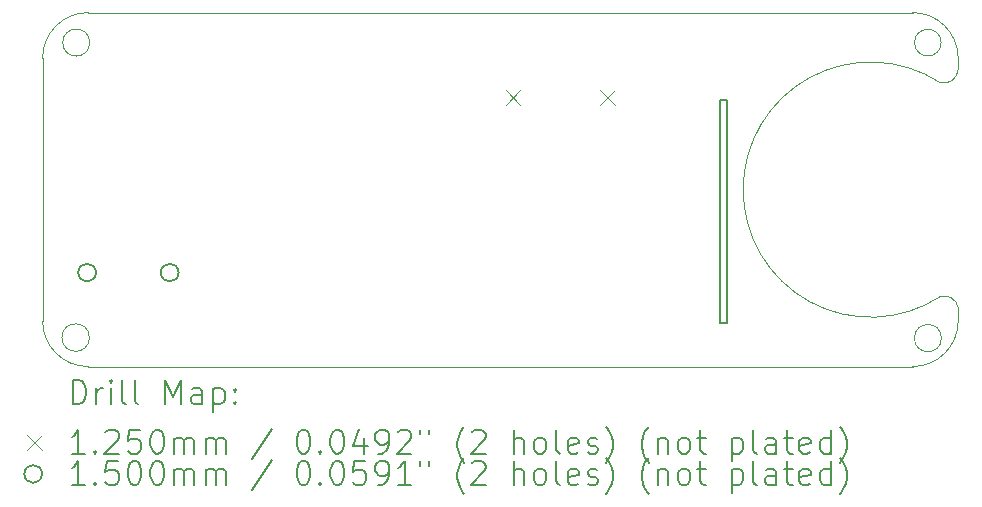
<source format=gbr>
%TF.GenerationSoftware,KiCad,Pcbnew,8.0.8-8.0.8-0~ubuntu22.04.1*%
%TF.CreationDate,2025-02-03T23:54:16+00:00*%
%TF.ProjectId,numcalcium,6e756d63-616c-4636-9975-6d2e6b696361,rev?*%
%TF.SameCoordinates,Original*%
%TF.FileFunction,Drillmap*%
%TF.FilePolarity,Positive*%
%FSLAX45Y45*%
G04 Gerber Fmt 4.5, Leading zero omitted, Abs format (unit mm)*
G04 Created by KiCad (PCBNEW 8.0.8-8.0.8-0~ubuntu22.04.1) date 2025-02-03 23:54:16*
%MOMM*%
%LPD*%
G01*
G04 APERTURE LIST*
%ADD10C,0.100000*%
%ADD11C,0.150000*%
%ADD12C,0.200000*%
%ADD13C,0.125000*%
G04 APERTURE END LIST*
D10*
X7704836Y4023909D02*
X7704200Y3928600D01*
D11*
X5689200Y3668420D02*
X5743340Y3668420D01*
X5743340Y1784140D01*
X5689200Y1784140D01*
X5689200Y3668420D01*
D10*
X7563045Y1654264D02*
G75*
G02*
X7333371Y1654264I-114837J0D01*
G01*
X7333371Y1654264D02*
G75*
G02*
X7563045Y1654264I114837J0D01*
G01*
X352121Y4156164D02*
G75*
G02*
X123289Y4156164I-114416J0D01*
G01*
X123289Y4156164D02*
G75*
G02*
X352121Y4156164I114416J0D01*
G01*
X348908Y1658554D02*
G75*
G02*
X116025Y1658554I-116441J0D01*
G01*
X116025Y1658554D02*
G75*
G02*
X348908Y1658554I116441J0D01*
G01*
X7704836Y1799220D02*
X7704325Y1912234D01*
X7318580Y4410169D02*
G75*
G02*
X7704838Y4023909I10J-386249D01*
G01*
X-47420Y4023909D02*
X-47420Y1799220D01*
X7704836Y1799220D02*
G75*
G02*
X7318580Y1412964I-386270J14D01*
G01*
X338836Y1412964D02*
G75*
G02*
X-47420Y1799220I-1J386255D01*
G01*
X7318580Y4410164D02*
X338836Y4410164D01*
X7704200Y3928600D02*
G75*
G02*
X7550835Y3818223I-120000J5000D01*
G01*
X7559880Y4156164D02*
G75*
G02*
X7335228Y4156164I-112326J0D01*
G01*
X7335228Y4156164D02*
G75*
G02*
X7559880Y4156164I112326J0D01*
G01*
X7550885Y2004009D02*
G75*
G02*
X7550835Y3818223I-586685J907091D01*
G01*
X-47420Y4023909D02*
G75*
G02*
X338836Y4410164I386255J0D01*
G01*
X7550885Y2004009D02*
G75*
G02*
X7704327Y1912235I37185J-111989D01*
G01*
X7318580Y1412964D02*
X338836Y1412964D01*
D12*
D13*
X3872976Y3755760D02*
X3997976Y3630760D01*
X3997976Y3755760D02*
X3872976Y3630760D01*
X4670976Y3755760D02*
X4795976Y3630760D01*
X4795976Y3755760D02*
X4670976Y3630760D01*
D11*
X404200Y2208600D02*
G75*
G02*
X254200Y2208600I-75000J0D01*
G01*
X254200Y2208600D02*
G75*
G02*
X404200Y2208600I75000J0D01*
G01*
X1104200Y2208600D02*
G75*
G02*
X954200Y2208600I-75000J0D01*
G01*
X954200Y2208600D02*
G75*
G02*
X1104200Y2208600I75000J0D01*
G01*
D12*
X208357Y1096480D02*
X208357Y1296480D01*
X208357Y1296480D02*
X255976Y1296480D01*
X255976Y1296480D02*
X284548Y1286957D01*
X284548Y1286957D02*
X303595Y1267909D01*
X303595Y1267909D02*
X313119Y1248861D01*
X313119Y1248861D02*
X322643Y1210766D01*
X322643Y1210766D02*
X322643Y1182195D01*
X322643Y1182195D02*
X313119Y1144099D01*
X313119Y1144099D02*
X303595Y1125052D01*
X303595Y1125052D02*
X284548Y1106004D01*
X284548Y1106004D02*
X255976Y1096480D01*
X255976Y1096480D02*
X208357Y1096480D01*
X408357Y1096480D02*
X408357Y1229814D01*
X408357Y1191718D02*
X417881Y1210766D01*
X417881Y1210766D02*
X427405Y1220290D01*
X427405Y1220290D02*
X446452Y1229814D01*
X446452Y1229814D02*
X465500Y1229814D01*
X532167Y1096480D02*
X532167Y1229814D01*
X532167Y1296480D02*
X522643Y1286957D01*
X522643Y1286957D02*
X532167Y1277433D01*
X532167Y1277433D02*
X541690Y1286957D01*
X541690Y1286957D02*
X532167Y1296480D01*
X532167Y1296480D02*
X532167Y1277433D01*
X655976Y1096480D02*
X636928Y1106004D01*
X636928Y1106004D02*
X627405Y1125052D01*
X627405Y1125052D02*
X627405Y1296480D01*
X760738Y1096480D02*
X741690Y1106004D01*
X741690Y1106004D02*
X732166Y1125052D01*
X732166Y1125052D02*
X732166Y1296480D01*
X989309Y1096480D02*
X989309Y1296480D01*
X989309Y1296480D02*
X1055976Y1153623D01*
X1055976Y1153623D02*
X1122643Y1296480D01*
X1122643Y1296480D02*
X1122643Y1096480D01*
X1303595Y1096480D02*
X1303595Y1201242D01*
X1303595Y1201242D02*
X1294071Y1220290D01*
X1294071Y1220290D02*
X1275024Y1229814D01*
X1275024Y1229814D02*
X1236928Y1229814D01*
X1236928Y1229814D02*
X1217881Y1220290D01*
X1303595Y1106004D02*
X1284548Y1096480D01*
X1284548Y1096480D02*
X1236928Y1096480D01*
X1236928Y1096480D02*
X1217881Y1106004D01*
X1217881Y1106004D02*
X1208357Y1125052D01*
X1208357Y1125052D02*
X1208357Y1144099D01*
X1208357Y1144099D02*
X1217881Y1163147D01*
X1217881Y1163147D02*
X1236928Y1172671D01*
X1236928Y1172671D02*
X1284548Y1172671D01*
X1284548Y1172671D02*
X1303595Y1182195D01*
X1398833Y1229814D02*
X1398833Y1029814D01*
X1398833Y1220290D02*
X1417881Y1229814D01*
X1417881Y1229814D02*
X1455976Y1229814D01*
X1455976Y1229814D02*
X1475024Y1220290D01*
X1475024Y1220290D02*
X1484547Y1210766D01*
X1484547Y1210766D02*
X1494071Y1191718D01*
X1494071Y1191718D02*
X1494071Y1134576D01*
X1494071Y1134576D02*
X1484547Y1115528D01*
X1484547Y1115528D02*
X1475024Y1106004D01*
X1475024Y1106004D02*
X1455976Y1096480D01*
X1455976Y1096480D02*
X1417881Y1096480D01*
X1417881Y1096480D02*
X1398833Y1106004D01*
X1579786Y1115528D02*
X1589309Y1106004D01*
X1589309Y1106004D02*
X1579786Y1096480D01*
X1579786Y1096480D02*
X1570262Y1106004D01*
X1570262Y1106004D02*
X1579786Y1115528D01*
X1579786Y1115528D02*
X1579786Y1096480D01*
X1579786Y1220290D02*
X1589309Y1210766D01*
X1589309Y1210766D02*
X1579786Y1201242D01*
X1579786Y1201242D02*
X1570262Y1210766D01*
X1570262Y1210766D02*
X1579786Y1220290D01*
X1579786Y1220290D02*
X1579786Y1201242D01*
D13*
X-177420Y830464D02*
X-52420Y705464D01*
X-52420Y830464D02*
X-177420Y705464D01*
D12*
X313119Y676480D02*
X198833Y676480D01*
X255976Y676480D02*
X255976Y876480D01*
X255976Y876480D02*
X236928Y847909D01*
X236928Y847909D02*
X217881Y828861D01*
X217881Y828861D02*
X198833Y819337D01*
X398833Y695528D02*
X408357Y686004D01*
X408357Y686004D02*
X398833Y676480D01*
X398833Y676480D02*
X389309Y686004D01*
X389309Y686004D02*
X398833Y695528D01*
X398833Y695528D02*
X398833Y676480D01*
X484547Y857433D02*
X494071Y866956D01*
X494071Y866956D02*
X513119Y876480D01*
X513119Y876480D02*
X560738Y876480D01*
X560738Y876480D02*
X579786Y866956D01*
X579786Y866956D02*
X589309Y857433D01*
X589309Y857433D02*
X598833Y838385D01*
X598833Y838385D02*
X598833Y819337D01*
X598833Y819337D02*
X589309Y790766D01*
X589309Y790766D02*
X475024Y676480D01*
X475024Y676480D02*
X598833Y676480D01*
X779786Y876480D02*
X684548Y876480D01*
X684548Y876480D02*
X675024Y781242D01*
X675024Y781242D02*
X684548Y790766D01*
X684548Y790766D02*
X703595Y800290D01*
X703595Y800290D02*
X751214Y800290D01*
X751214Y800290D02*
X770262Y790766D01*
X770262Y790766D02*
X779786Y781242D01*
X779786Y781242D02*
X789309Y762195D01*
X789309Y762195D02*
X789309Y714576D01*
X789309Y714576D02*
X779786Y695528D01*
X779786Y695528D02*
X770262Y686004D01*
X770262Y686004D02*
X751214Y676480D01*
X751214Y676480D02*
X703595Y676480D01*
X703595Y676480D02*
X684548Y686004D01*
X684548Y686004D02*
X675024Y695528D01*
X913119Y876480D02*
X932167Y876480D01*
X932167Y876480D02*
X951214Y866956D01*
X951214Y866956D02*
X960738Y857433D01*
X960738Y857433D02*
X970262Y838385D01*
X970262Y838385D02*
X979786Y800290D01*
X979786Y800290D02*
X979786Y752671D01*
X979786Y752671D02*
X970262Y714576D01*
X970262Y714576D02*
X960738Y695528D01*
X960738Y695528D02*
X951214Y686004D01*
X951214Y686004D02*
X932167Y676480D01*
X932167Y676480D02*
X913119Y676480D01*
X913119Y676480D02*
X894071Y686004D01*
X894071Y686004D02*
X884547Y695528D01*
X884547Y695528D02*
X875024Y714576D01*
X875024Y714576D02*
X865500Y752671D01*
X865500Y752671D02*
X865500Y800290D01*
X865500Y800290D02*
X875024Y838385D01*
X875024Y838385D02*
X884547Y857433D01*
X884547Y857433D02*
X894071Y866956D01*
X894071Y866956D02*
X913119Y876480D01*
X1065500Y676480D02*
X1065500Y809814D01*
X1065500Y790766D02*
X1075024Y800290D01*
X1075024Y800290D02*
X1094071Y809814D01*
X1094071Y809814D02*
X1122643Y809814D01*
X1122643Y809814D02*
X1141690Y800290D01*
X1141690Y800290D02*
X1151214Y781242D01*
X1151214Y781242D02*
X1151214Y676480D01*
X1151214Y781242D02*
X1160738Y800290D01*
X1160738Y800290D02*
X1179786Y809814D01*
X1179786Y809814D02*
X1208357Y809814D01*
X1208357Y809814D02*
X1227405Y800290D01*
X1227405Y800290D02*
X1236929Y781242D01*
X1236929Y781242D02*
X1236929Y676480D01*
X1332167Y676480D02*
X1332167Y809814D01*
X1332167Y790766D02*
X1341690Y800290D01*
X1341690Y800290D02*
X1360738Y809814D01*
X1360738Y809814D02*
X1389310Y809814D01*
X1389310Y809814D02*
X1408357Y800290D01*
X1408357Y800290D02*
X1417881Y781242D01*
X1417881Y781242D02*
X1417881Y676480D01*
X1417881Y781242D02*
X1427405Y800290D01*
X1427405Y800290D02*
X1446452Y809814D01*
X1446452Y809814D02*
X1475024Y809814D01*
X1475024Y809814D02*
X1494071Y800290D01*
X1494071Y800290D02*
X1503595Y781242D01*
X1503595Y781242D02*
X1503595Y676480D01*
X1894071Y886004D02*
X1722643Y628861D01*
X2151214Y876480D02*
X2170262Y876480D01*
X2170262Y876480D02*
X2189310Y866956D01*
X2189310Y866956D02*
X2198833Y857433D01*
X2198833Y857433D02*
X2208357Y838385D01*
X2208357Y838385D02*
X2217881Y800290D01*
X2217881Y800290D02*
X2217881Y752671D01*
X2217881Y752671D02*
X2208357Y714576D01*
X2208357Y714576D02*
X2198833Y695528D01*
X2198833Y695528D02*
X2189310Y686004D01*
X2189310Y686004D02*
X2170262Y676480D01*
X2170262Y676480D02*
X2151214Y676480D01*
X2151214Y676480D02*
X2132167Y686004D01*
X2132167Y686004D02*
X2122643Y695528D01*
X2122643Y695528D02*
X2113119Y714576D01*
X2113119Y714576D02*
X2103595Y752671D01*
X2103595Y752671D02*
X2103595Y800290D01*
X2103595Y800290D02*
X2113119Y838385D01*
X2113119Y838385D02*
X2122643Y857433D01*
X2122643Y857433D02*
X2132167Y866956D01*
X2132167Y866956D02*
X2151214Y876480D01*
X2303595Y695528D02*
X2313119Y686004D01*
X2313119Y686004D02*
X2303595Y676480D01*
X2303595Y676480D02*
X2294072Y686004D01*
X2294072Y686004D02*
X2303595Y695528D01*
X2303595Y695528D02*
X2303595Y676480D01*
X2436929Y876480D02*
X2455976Y876480D01*
X2455976Y876480D02*
X2475024Y866956D01*
X2475024Y866956D02*
X2484548Y857433D01*
X2484548Y857433D02*
X2494072Y838385D01*
X2494072Y838385D02*
X2503595Y800290D01*
X2503595Y800290D02*
X2503595Y752671D01*
X2503595Y752671D02*
X2494072Y714576D01*
X2494072Y714576D02*
X2484548Y695528D01*
X2484548Y695528D02*
X2475024Y686004D01*
X2475024Y686004D02*
X2455976Y676480D01*
X2455976Y676480D02*
X2436929Y676480D01*
X2436929Y676480D02*
X2417881Y686004D01*
X2417881Y686004D02*
X2408357Y695528D01*
X2408357Y695528D02*
X2398833Y714576D01*
X2398833Y714576D02*
X2389310Y752671D01*
X2389310Y752671D02*
X2389310Y800290D01*
X2389310Y800290D02*
X2398833Y838385D01*
X2398833Y838385D02*
X2408357Y857433D01*
X2408357Y857433D02*
X2417881Y866956D01*
X2417881Y866956D02*
X2436929Y876480D01*
X2675024Y809814D02*
X2675024Y676480D01*
X2627405Y886004D02*
X2579786Y743147D01*
X2579786Y743147D02*
X2703595Y743147D01*
X2789310Y676480D02*
X2827405Y676480D01*
X2827405Y676480D02*
X2846452Y686004D01*
X2846452Y686004D02*
X2855976Y695528D01*
X2855976Y695528D02*
X2875024Y724099D01*
X2875024Y724099D02*
X2884548Y762195D01*
X2884548Y762195D02*
X2884548Y838385D01*
X2884548Y838385D02*
X2875024Y857433D01*
X2875024Y857433D02*
X2865500Y866956D01*
X2865500Y866956D02*
X2846452Y876480D01*
X2846452Y876480D02*
X2808357Y876480D01*
X2808357Y876480D02*
X2789310Y866956D01*
X2789310Y866956D02*
X2779786Y857433D01*
X2779786Y857433D02*
X2770262Y838385D01*
X2770262Y838385D02*
X2770262Y790766D01*
X2770262Y790766D02*
X2779786Y771718D01*
X2779786Y771718D02*
X2789310Y762195D01*
X2789310Y762195D02*
X2808357Y752671D01*
X2808357Y752671D02*
X2846452Y752671D01*
X2846452Y752671D02*
X2865500Y762195D01*
X2865500Y762195D02*
X2875024Y771718D01*
X2875024Y771718D02*
X2884548Y790766D01*
X2960738Y857433D02*
X2970262Y866956D01*
X2970262Y866956D02*
X2989310Y876480D01*
X2989310Y876480D02*
X3036929Y876480D01*
X3036929Y876480D02*
X3055976Y866956D01*
X3055976Y866956D02*
X3065500Y857433D01*
X3065500Y857433D02*
X3075024Y838385D01*
X3075024Y838385D02*
X3075024Y819337D01*
X3075024Y819337D02*
X3065500Y790766D01*
X3065500Y790766D02*
X2951214Y676480D01*
X2951214Y676480D02*
X3075024Y676480D01*
X3151214Y876480D02*
X3151214Y838385D01*
X3227405Y876480D02*
X3227405Y838385D01*
X3522643Y600290D02*
X3513119Y609814D01*
X3513119Y609814D02*
X3494072Y638385D01*
X3494072Y638385D02*
X3484548Y657433D01*
X3484548Y657433D02*
X3475024Y686004D01*
X3475024Y686004D02*
X3465500Y733623D01*
X3465500Y733623D02*
X3465500Y771718D01*
X3465500Y771718D02*
X3475024Y819337D01*
X3475024Y819337D02*
X3484548Y847909D01*
X3484548Y847909D02*
X3494072Y866956D01*
X3494072Y866956D02*
X3513119Y895528D01*
X3513119Y895528D02*
X3522643Y905052D01*
X3589310Y857433D02*
X3598833Y866956D01*
X3598833Y866956D02*
X3617881Y876480D01*
X3617881Y876480D02*
X3665500Y876480D01*
X3665500Y876480D02*
X3684548Y866956D01*
X3684548Y866956D02*
X3694072Y857433D01*
X3694072Y857433D02*
X3703595Y838385D01*
X3703595Y838385D02*
X3703595Y819337D01*
X3703595Y819337D02*
X3694072Y790766D01*
X3694072Y790766D02*
X3579786Y676480D01*
X3579786Y676480D02*
X3703595Y676480D01*
X3941691Y676480D02*
X3941691Y876480D01*
X4027405Y676480D02*
X4027405Y781242D01*
X4027405Y781242D02*
X4017881Y800290D01*
X4017881Y800290D02*
X3998834Y809814D01*
X3998834Y809814D02*
X3970262Y809814D01*
X3970262Y809814D02*
X3951214Y800290D01*
X3951214Y800290D02*
X3941691Y790766D01*
X4151214Y676480D02*
X4132167Y686004D01*
X4132167Y686004D02*
X4122643Y695528D01*
X4122643Y695528D02*
X4113119Y714576D01*
X4113119Y714576D02*
X4113119Y771718D01*
X4113119Y771718D02*
X4122643Y790766D01*
X4122643Y790766D02*
X4132167Y800290D01*
X4132167Y800290D02*
X4151214Y809814D01*
X4151214Y809814D02*
X4179786Y809814D01*
X4179786Y809814D02*
X4198834Y800290D01*
X4198834Y800290D02*
X4208357Y790766D01*
X4208357Y790766D02*
X4217881Y771718D01*
X4217881Y771718D02*
X4217881Y714576D01*
X4217881Y714576D02*
X4208357Y695528D01*
X4208357Y695528D02*
X4198834Y686004D01*
X4198834Y686004D02*
X4179786Y676480D01*
X4179786Y676480D02*
X4151214Y676480D01*
X4332167Y676480D02*
X4313119Y686004D01*
X4313119Y686004D02*
X4303596Y705052D01*
X4303596Y705052D02*
X4303596Y876480D01*
X4484548Y686004D02*
X4465500Y676480D01*
X4465500Y676480D02*
X4427405Y676480D01*
X4427405Y676480D02*
X4408357Y686004D01*
X4408357Y686004D02*
X4398834Y705052D01*
X4398834Y705052D02*
X4398834Y781242D01*
X4398834Y781242D02*
X4408357Y800290D01*
X4408357Y800290D02*
X4427405Y809814D01*
X4427405Y809814D02*
X4465500Y809814D01*
X4465500Y809814D02*
X4484548Y800290D01*
X4484548Y800290D02*
X4494072Y781242D01*
X4494072Y781242D02*
X4494072Y762195D01*
X4494072Y762195D02*
X4398834Y743147D01*
X4570262Y686004D02*
X4589310Y676480D01*
X4589310Y676480D02*
X4627405Y676480D01*
X4627405Y676480D02*
X4646453Y686004D01*
X4646453Y686004D02*
X4655977Y705052D01*
X4655977Y705052D02*
X4655977Y714576D01*
X4655977Y714576D02*
X4646453Y733623D01*
X4646453Y733623D02*
X4627405Y743147D01*
X4627405Y743147D02*
X4598834Y743147D01*
X4598834Y743147D02*
X4579786Y752671D01*
X4579786Y752671D02*
X4570262Y771718D01*
X4570262Y771718D02*
X4570262Y781242D01*
X4570262Y781242D02*
X4579786Y800290D01*
X4579786Y800290D02*
X4598834Y809814D01*
X4598834Y809814D02*
X4627405Y809814D01*
X4627405Y809814D02*
X4646453Y800290D01*
X4722643Y600290D02*
X4732167Y609814D01*
X4732167Y609814D02*
X4751215Y638385D01*
X4751215Y638385D02*
X4760738Y657433D01*
X4760738Y657433D02*
X4770262Y686004D01*
X4770262Y686004D02*
X4779786Y733623D01*
X4779786Y733623D02*
X4779786Y771718D01*
X4779786Y771718D02*
X4770262Y819337D01*
X4770262Y819337D02*
X4760738Y847909D01*
X4760738Y847909D02*
X4751215Y866956D01*
X4751215Y866956D02*
X4732167Y895528D01*
X4732167Y895528D02*
X4722643Y905052D01*
X5084548Y600290D02*
X5075024Y609814D01*
X5075024Y609814D02*
X5055977Y638385D01*
X5055977Y638385D02*
X5046453Y657433D01*
X5046453Y657433D02*
X5036929Y686004D01*
X5036929Y686004D02*
X5027405Y733623D01*
X5027405Y733623D02*
X5027405Y771718D01*
X5027405Y771718D02*
X5036929Y819337D01*
X5036929Y819337D02*
X5046453Y847909D01*
X5046453Y847909D02*
X5055977Y866956D01*
X5055977Y866956D02*
X5075024Y895528D01*
X5075024Y895528D02*
X5084548Y905052D01*
X5160738Y809814D02*
X5160738Y676480D01*
X5160738Y790766D02*
X5170262Y800290D01*
X5170262Y800290D02*
X5189310Y809814D01*
X5189310Y809814D02*
X5217881Y809814D01*
X5217881Y809814D02*
X5236929Y800290D01*
X5236929Y800290D02*
X5246453Y781242D01*
X5246453Y781242D02*
X5246453Y676480D01*
X5370262Y676480D02*
X5351215Y686004D01*
X5351215Y686004D02*
X5341691Y695528D01*
X5341691Y695528D02*
X5332167Y714576D01*
X5332167Y714576D02*
X5332167Y771718D01*
X5332167Y771718D02*
X5341691Y790766D01*
X5341691Y790766D02*
X5351215Y800290D01*
X5351215Y800290D02*
X5370262Y809814D01*
X5370262Y809814D02*
X5398834Y809814D01*
X5398834Y809814D02*
X5417881Y800290D01*
X5417881Y800290D02*
X5427405Y790766D01*
X5427405Y790766D02*
X5436929Y771718D01*
X5436929Y771718D02*
X5436929Y714576D01*
X5436929Y714576D02*
X5427405Y695528D01*
X5427405Y695528D02*
X5417881Y686004D01*
X5417881Y686004D02*
X5398834Y676480D01*
X5398834Y676480D02*
X5370262Y676480D01*
X5494072Y809814D02*
X5570262Y809814D01*
X5522643Y876480D02*
X5522643Y705052D01*
X5522643Y705052D02*
X5532167Y686004D01*
X5532167Y686004D02*
X5551215Y676480D01*
X5551215Y676480D02*
X5570262Y676480D01*
X5789310Y809814D02*
X5789310Y609814D01*
X5789310Y800290D02*
X5808357Y809814D01*
X5808357Y809814D02*
X5846453Y809814D01*
X5846453Y809814D02*
X5865500Y800290D01*
X5865500Y800290D02*
X5875024Y790766D01*
X5875024Y790766D02*
X5884548Y771718D01*
X5884548Y771718D02*
X5884548Y714576D01*
X5884548Y714576D02*
X5875024Y695528D01*
X5875024Y695528D02*
X5865500Y686004D01*
X5865500Y686004D02*
X5846453Y676480D01*
X5846453Y676480D02*
X5808357Y676480D01*
X5808357Y676480D02*
X5789310Y686004D01*
X5998834Y676480D02*
X5979786Y686004D01*
X5979786Y686004D02*
X5970262Y705052D01*
X5970262Y705052D02*
X5970262Y876480D01*
X6160738Y676480D02*
X6160738Y781242D01*
X6160738Y781242D02*
X6151215Y800290D01*
X6151215Y800290D02*
X6132167Y809814D01*
X6132167Y809814D02*
X6094072Y809814D01*
X6094072Y809814D02*
X6075024Y800290D01*
X6160738Y686004D02*
X6141691Y676480D01*
X6141691Y676480D02*
X6094072Y676480D01*
X6094072Y676480D02*
X6075024Y686004D01*
X6075024Y686004D02*
X6065500Y705052D01*
X6065500Y705052D02*
X6065500Y724099D01*
X6065500Y724099D02*
X6075024Y743147D01*
X6075024Y743147D02*
X6094072Y752671D01*
X6094072Y752671D02*
X6141691Y752671D01*
X6141691Y752671D02*
X6160738Y762195D01*
X6227405Y809814D02*
X6303596Y809814D01*
X6255977Y876480D02*
X6255977Y705052D01*
X6255977Y705052D02*
X6265500Y686004D01*
X6265500Y686004D02*
X6284548Y676480D01*
X6284548Y676480D02*
X6303596Y676480D01*
X6446453Y686004D02*
X6427405Y676480D01*
X6427405Y676480D02*
X6389310Y676480D01*
X6389310Y676480D02*
X6370262Y686004D01*
X6370262Y686004D02*
X6360738Y705052D01*
X6360738Y705052D02*
X6360738Y781242D01*
X6360738Y781242D02*
X6370262Y800290D01*
X6370262Y800290D02*
X6389310Y809814D01*
X6389310Y809814D02*
X6427405Y809814D01*
X6427405Y809814D02*
X6446453Y800290D01*
X6446453Y800290D02*
X6455977Y781242D01*
X6455977Y781242D02*
X6455977Y762195D01*
X6455977Y762195D02*
X6360738Y743147D01*
X6627405Y676480D02*
X6627405Y876480D01*
X6627405Y686004D02*
X6608358Y676480D01*
X6608358Y676480D02*
X6570262Y676480D01*
X6570262Y676480D02*
X6551215Y686004D01*
X6551215Y686004D02*
X6541691Y695528D01*
X6541691Y695528D02*
X6532167Y714576D01*
X6532167Y714576D02*
X6532167Y771718D01*
X6532167Y771718D02*
X6541691Y790766D01*
X6541691Y790766D02*
X6551215Y800290D01*
X6551215Y800290D02*
X6570262Y809814D01*
X6570262Y809814D02*
X6608358Y809814D01*
X6608358Y809814D02*
X6627405Y800290D01*
X6703596Y600290D02*
X6713119Y609814D01*
X6713119Y609814D02*
X6732167Y638385D01*
X6732167Y638385D02*
X6741691Y657433D01*
X6741691Y657433D02*
X6751215Y686004D01*
X6751215Y686004D02*
X6760738Y733623D01*
X6760738Y733623D02*
X6760738Y771718D01*
X6760738Y771718D02*
X6751215Y819337D01*
X6751215Y819337D02*
X6741691Y847909D01*
X6741691Y847909D02*
X6732167Y866956D01*
X6732167Y866956D02*
X6713119Y895528D01*
X6713119Y895528D02*
X6703596Y905052D01*
D11*
X-52420Y503964D02*
G75*
G02*
X-202420Y503964I-75000J0D01*
G01*
X-202420Y503964D02*
G75*
G02*
X-52420Y503964I75000J0D01*
G01*
D12*
X313119Y412480D02*
X198833Y412480D01*
X255976Y412480D02*
X255976Y612480D01*
X255976Y612480D02*
X236928Y583909D01*
X236928Y583909D02*
X217881Y564861D01*
X217881Y564861D02*
X198833Y555338D01*
X398833Y431528D02*
X408357Y422004D01*
X408357Y422004D02*
X398833Y412480D01*
X398833Y412480D02*
X389309Y422004D01*
X389309Y422004D02*
X398833Y431528D01*
X398833Y431528D02*
X398833Y412480D01*
X589309Y612480D02*
X494071Y612480D01*
X494071Y612480D02*
X484547Y517242D01*
X484547Y517242D02*
X494071Y526766D01*
X494071Y526766D02*
X513119Y536290D01*
X513119Y536290D02*
X560738Y536290D01*
X560738Y536290D02*
X579786Y526766D01*
X579786Y526766D02*
X589309Y517242D01*
X589309Y517242D02*
X598833Y498195D01*
X598833Y498195D02*
X598833Y450576D01*
X598833Y450576D02*
X589309Y431528D01*
X589309Y431528D02*
X579786Y422004D01*
X579786Y422004D02*
X560738Y412480D01*
X560738Y412480D02*
X513119Y412480D01*
X513119Y412480D02*
X494071Y422004D01*
X494071Y422004D02*
X484547Y431528D01*
X722643Y612480D02*
X741690Y612480D01*
X741690Y612480D02*
X760738Y602957D01*
X760738Y602957D02*
X770262Y593433D01*
X770262Y593433D02*
X779786Y574385D01*
X779786Y574385D02*
X789309Y536290D01*
X789309Y536290D02*
X789309Y488671D01*
X789309Y488671D02*
X779786Y450576D01*
X779786Y450576D02*
X770262Y431528D01*
X770262Y431528D02*
X760738Y422004D01*
X760738Y422004D02*
X741690Y412480D01*
X741690Y412480D02*
X722643Y412480D01*
X722643Y412480D02*
X703595Y422004D01*
X703595Y422004D02*
X694071Y431528D01*
X694071Y431528D02*
X684548Y450576D01*
X684548Y450576D02*
X675024Y488671D01*
X675024Y488671D02*
X675024Y536290D01*
X675024Y536290D02*
X684548Y574385D01*
X684548Y574385D02*
X694071Y593433D01*
X694071Y593433D02*
X703595Y602957D01*
X703595Y602957D02*
X722643Y612480D01*
X913119Y612480D02*
X932167Y612480D01*
X932167Y612480D02*
X951214Y602957D01*
X951214Y602957D02*
X960738Y593433D01*
X960738Y593433D02*
X970262Y574385D01*
X970262Y574385D02*
X979786Y536290D01*
X979786Y536290D02*
X979786Y488671D01*
X979786Y488671D02*
X970262Y450576D01*
X970262Y450576D02*
X960738Y431528D01*
X960738Y431528D02*
X951214Y422004D01*
X951214Y422004D02*
X932167Y412480D01*
X932167Y412480D02*
X913119Y412480D01*
X913119Y412480D02*
X894071Y422004D01*
X894071Y422004D02*
X884547Y431528D01*
X884547Y431528D02*
X875024Y450576D01*
X875024Y450576D02*
X865500Y488671D01*
X865500Y488671D02*
X865500Y536290D01*
X865500Y536290D02*
X875024Y574385D01*
X875024Y574385D02*
X884547Y593433D01*
X884547Y593433D02*
X894071Y602957D01*
X894071Y602957D02*
X913119Y612480D01*
X1065500Y412480D02*
X1065500Y545814D01*
X1065500Y526766D02*
X1075024Y536290D01*
X1075024Y536290D02*
X1094071Y545814D01*
X1094071Y545814D02*
X1122643Y545814D01*
X1122643Y545814D02*
X1141690Y536290D01*
X1141690Y536290D02*
X1151214Y517242D01*
X1151214Y517242D02*
X1151214Y412480D01*
X1151214Y517242D02*
X1160738Y536290D01*
X1160738Y536290D02*
X1179786Y545814D01*
X1179786Y545814D02*
X1208357Y545814D01*
X1208357Y545814D02*
X1227405Y536290D01*
X1227405Y536290D02*
X1236929Y517242D01*
X1236929Y517242D02*
X1236929Y412480D01*
X1332167Y412480D02*
X1332167Y545814D01*
X1332167Y526766D02*
X1341690Y536290D01*
X1341690Y536290D02*
X1360738Y545814D01*
X1360738Y545814D02*
X1389310Y545814D01*
X1389310Y545814D02*
X1408357Y536290D01*
X1408357Y536290D02*
X1417881Y517242D01*
X1417881Y517242D02*
X1417881Y412480D01*
X1417881Y517242D02*
X1427405Y536290D01*
X1427405Y536290D02*
X1446452Y545814D01*
X1446452Y545814D02*
X1475024Y545814D01*
X1475024Y545814D02*
X1494071Y536290D01*
X1494071Y536290D02*
X1503595Y517242D01*
X1503595Y517242D02*
X1503595Y412480D01*
X1894071Y622004D02*
X1722643Y364861D01*
X2151214Y612480D02*
X2170262Y612480D01*
X2170262Y612480D02*
X2189310Y602957D01*
X2189310Y602957D02*
X2198833Y593433D01*
X2198833Y593433D02*
X2208357Y574385D01*
X2208357Y574385D02*
X2217881Y536290D01*
X2217881Y536290D02*
X2217881Y488671D01*
X2217881Y488671D02*
X2208357Y450576D01*
X2208357Y450576D02*
X2198833Y431528D01*
X2198833Y431528D02*
X2189310Y422004D01*
X2189310Y422004D02*
X2170262Y412480D01*
X2170262Y412480D02*
X2151214Y412480D01*
X2151214Y412480D02*
X2132167Y422004D01*
X2132167Y422004D02*
X2122643Y431528D01*
X2122643Y431528D02*
X2113119Y450576D01*
X2113119Y450576D02*
X2103595Y488671D01*
X2103595Y488671D02*
X2103595Y536290D01*
X2103595Y536290D02*
X2113119Y574385D01*
X2113119Y574385D02*
X2122643Y593433D01*
X2122643Y593433D02*
X2132167Y602957D01*
X2132167Y602957D02*
X2151214Y612480D01*
X2303595Y431528D02*
X2313119Y422004D01*
X2313119Y422004D02*
X2303595Y412480D01*
X2303595Y412480D02*
X2294072Y422004D01*
X2294072Y422004D02*
X2303595Y431528D01*
X2303595Y431528D02*
X2303595Y412480D01*
X2436929Y612480D02*
X2455976Y612480D01*
X2455976Y612480D02*
X2475024Y602957D01*
X2475024Y602957D02*
X2484548Y593433D01*
X2484548Y593433D02*
X2494072Y574385D01*
X2494072Y574385D02*
X2503595Y536290D01*
X2503595Y536290D02*
X2503595Y488671D01*
X2503595Y488671D02*
X2494072Y450576D01*
X2494072Y450576D02*
X2484548Y431528D01*
X2484548Y431528D02*
X2475024Y422004D01*
X2475024Y422004D02*
X2455976Y412480D01*
X2455976Y412480D02*
X2436929Y412480D01*
X2436929Y412480D02*
X2417881Y422004D01*
X2417881Y422004D02*
X2408357Y431528D01*
X2408357Y431528D02*
X2398833Y450576D01*
X2398833Y450576D02*
X2389310Y488671D01*
X2389310Y488671D02*
X2389310Y536290D01*
X2389310Y536290D02*
X2398833Y574385D01*
X2398833Y574385D02*
X2408357Y593433D01*
X2408357Y593433D02*
X2417881Y602957D01*
X2417881Y602957D02*
X2436929Y612480D01*
X2684548Y612480D02*
X2589310Y612480D01*
X2589310Y612480D02*
X2579786Y517242D01*
X2579786Y517242D02*
X2589310Y526766D01*
X2589310Y526766D02*
X2608357Y536290D01*
X2608357Y536290D02*
X2655976Y536290D01*
X2655976Y536290D02*
X2675024Y526766D01*
X2675024Y526766D02*
X2684548Y517242D01*
X2684548Y517242D02*
X2694072Y498195D01*
X2694072Y498195D02*
X2694072Y450576D01*
X2694072Y450576D02*
X2684548Y431528D01*
X2684548Y431528D02*
X2675024Y422004D01*
X2675024Y422004D02*
X2655976Y412480D01*
X2655976Y412480D02*
X2608357Y412480D01*
X2608357Y412480D02*
X2589310Y422004D01*
X2589310Y422004D02*
X2579786Y431528D01*
X2789310Y412480D02*
X2827405Y412480D01*
X2827405Y412480D02*
X2846452Y422004D01*
X2846452Y422004D02*
X2855976Y431528D01*
X2855976Y431528D02*
X2875024Y460099D01*
X2875024Y460099D02*
X2884548Y498195D01*
X2884548Y498195D02*
X2884548Y574385D01*
X2884548Y574385D02*
X2875024Y593433D01*
X2875024Y593433D02*
X2865500Y602957D01*
X2865500Y602957D02*
X2846452Y612480D01*
X2846452Y612480D02*
X2808357Y612480D01*
X2808357Y612480D02*
X2789310Y602957D01*
X2789310Y602957D02*
X2779786Y593433D01*
X2779786Y593433D02*
X2770262Y574385D01*
X2770262Y574385D02*
X2770262Y526766D01*
X2770262Y526766D02*
X2779786Y507718D01*
X2779786Y507718D02*
X2789310Y498195D01*
X2789310Y498195D02*
X2808357Y488671D01*
X2808357Y488671D02*
X2846452Y488671D01*
X2846452Y488671D02*
X2865500Y498195D01*
X2865500Y498195D02*
X2875024Y507718D01*
X2875024Y507718D02*
X2884548Y526766D01*
X3075024Y412480D02*
X2960738Y412480D01*
X3017881Y412480D02*
X3017881Y612480D01*
X3017881Y612480D02*
X2998833Y583909D01*
X2998833Y583909D02*
X2979786Y564861D01*
X2979786Y564861D02*
X2960738Y555338D01*
X3151214Y612480D02*
X3151214Y574385D01*
X3227405Y612480D02*
X3227405Y574385D01*
X3522643Y336290D02*
X3513119Y345814D01*
X3513119Y345814D02*
X3494072Y374385D01*
X3494072Y374385D02*
X3484548Y393433D01*
X3484548Y393433D02*
X3475024Y422004D01*
X3475024Y422004D02*
X3465500Y469623D01*
X3465500Y469623D02*
X3465500Y507718D01*
X3465500Y507718D02*
X3475024Y555338D01*
X3475024Y555338D02*
X3484548Y583909D01*
X3484548Y583909D02*
X3494072Y602957D01*
X3494072Y602957D02*
X3513119Y631528D01*
X3513119Y631528D02*
X3522643Y641052D01*
X3589310Y593433D02*
X3598833Y602957D01*
X3598833Y602957D02*
X3617881Y612480D01*
X3617881Y612480D02*
X3665500Y612480D01*
X3665500Y612480D02*
X3684548Y602957D01*
X3684548Y602957D02*
X3694072Y593433D01*
X3694072Y593433D02*
X3703595Y574385D01*
X3703595Y574385D02*
X3703595Y555338D01*
X3703595Y555338D02*
X3694072Y526766D01*
X3694072Y526766D02*
X3579786Y412480D01*
X3579786Y412480D02*
X3703595Y412480D01*
X3941691Y412480D02*
X3941691Y612480D01*
X4027405Y412480D02*
X4027405Y517242D01*
X4027405Y517242D02*
X4017881Y536290D01*
X4017881Y536290D02*
X3998834Y545814D01*
X3998834Y545814D02*
X3970262Y545814D01*
X3970262Y545814D02*
X3951214Y536290D01*
X3951214Y536290D02*
X3941691Y526766D01*
X4151214Y412480D02*
X4132167Y422004D01*
X4132167Y422004D02*
X4122643Y431528D01*
X4122643Y431528D02*
X4113119Y450576D01*
X4113119Y450576D02*
X4113119Y507718D01*
X4113119Y507718D02*
X4122643Y526766D01*
X4122643Y526766D02*
X4132167Y536290D01*
X4132167Y536290D02*
X4151214Y545814D01*
X4151214Y545814D02*
X4179786Y545814D01*
X4179786Y545814D02*
X4198834Y536290D01*
X4198834Y536290D02*
X4208357Y526766D01*
X4208357Y526766D02*
X4217881Y507718D01*
X4217881Y507718D02*
X4217881Y450576D01*
X4217881Y450576D02*
X4208357Y431528D01*
X4208357Y431528D02*
X4198834Y422004D01*
X4198834Y422004D02*
X4179786Y412480D01*
X4179786Y412480D02*
X4151214Y412480D01*
X4332167Y412480D02*
X4313119Y422004D01*
X4313119Y422004D02*
X4303596Y441052D01*
X4303596Y441052D02*
X4303596Y612480D01*
X4484548Y422004D02*
X4465500Y412480D01*
X4465500Y412480D02*
X4427405Y412480D01*
X4427405Y412480D02*
X4408357Y422004D01*
X4408357Y422004D02*
X4398834Y441052D01*
X4398834Y441052D02*
X4398834Y517242D01*
X4398834Y517242D02*
X4408357Y536290D01*
X4408357Y536290D02*
X4427405Y545814D01*
X4427405Y545814D02*
X4465500Y545814D01*
X4465500Y545814D02*
X4484548Y536290D01*
X4484548Y536290D02*
X4494072Y517242D01*
X4494072Y517242D02*
X4494072Y498195D01*
X4494072Y498195D02*
X4398834Y479147D01*
X4570262Y422004D02*
X4589310Y412480D01*
X4589310Y412480D02*
X4627405Y412480D01*
X4627405Y412480D02*
X4646453Y422004D01*
X4646453Y422004D02*
X4655977Y441052D01*
X4655977Y441052D02*
X4655977Y450576D01*
X4655977Y450576D02*
X4646453Y469623D01*
X4646453Y469623D02*
X4627405Y479147D01*
X4627405Y479147D02*
X4598834Y479147D01*
X4598834Y479147D02*
X4579786Y488671D01*
X4579786Y488671D02*
X4570262Y507718D01*
X4570262Y507718D02*
X4570262Y517242D01*
X4570262Y517242D02*
X4579786Y536290D01*
X4579786Y536290D02*
X4598834Y545814D01*
X4598834Y545814D02*
X4627405Y545814D01*
X4627405Y545814D02*
X4646453Y536290D01*
X4722643Y336290D02*
X4732167Y345814D01*
X4732167Y345814D02*
X4751215Y374385D01*
X4751215Y374385D02*
X4760738Y393433D01*
X4760738Y393433D02*
X4770262Y422004D01*
X4770262Y422004D02*
X4779786Y469623D01*
X4779786Y469623D02*
X4779786Y507718D01*
X4779786Y507718D02*
X4770262Y555338D01*
X4770262Y555338D02*
X4760738Y583909D01*
X4760738Y583909D02*
X4751215Y602957D01*
X4751215Y602957D02*
X4732167Y631528D01*
X4732167Y631528D02*
X4722643Y641052D01*
X5084548Y336290D02*
X5075024Y345814D01*
X5075024Y345814D02*
X5055977Y374385D01*
X5055977Y374385D02*
X5046453Y393433D01*
X5046453Y393433D02*
X5036929Y422004D01*
X5036929Y422004D02*
X5027405Y469623D01*
X5027405Y469623D02*
X5027405Y507718D01*
X5027405Y507718D02*
X5036929Y555338D01*
X5036929Y555338D02*
X5046453Y583909D01*
X5046453Y583909D02*
X5055977Y602957D01*
X5055977Y602957D02*
X5075024Y631528D01*
X5075024Y631528D02*
X5084548Y641052D01*
X5160738Y545814D02*
X5160738Y412480D01*
X5160738Y526766D02*
X5170262Y536290D01*
X5170262Y536290D02*
X5189310Y545814D01*
X5189310Y545814D02*
X5217881Y545814D01*
X5217881Y545814D02*
X5236929Y536290D01*
X5236929Y536290D02*
X5246453Y517242D01*
X5246453Y517242D02*
X5246453Y412480D01*
X5370262Y412480D02*
X5351215Y422004D01*
X5351215Y422004D02*
X5341691Y431528D01*
X5341691Y431528D02*
X5332167Y450576D01*
X5332167Y450576D02*
X5332167Y507718D01*
X5332167Y507718D02*
X5341691Y526766D01*
X5341691Y526766D02*
X5351215Y536290D01*
X5351215Y536290D02*
X5370262Y545814D01*
X5370262Y545814D02*
X5398834Y545814D01*
X5398834Y545814D02*
X5417881Y536290D01*
X5417881Y536290D02*
X5427405Y526766D01*
X5427405Y526766D02*
X5436929Y507718D01*
X5436929Y507718D02*
X5436929Y450576D01*
X5436929Y450576D02*
X5427405Y431528D01*
X5427405Y431528D02*
X5417881Y422004D01*
X5417881Y422004D02*
X5398834Y412480D01*
X5398834Y412480D02*
X5370262Y412480D01*
X5494072Y545814D02*
X5570262Y545814D01*
X5522643Y612480D02*
X5522643Y441052D01*
X5522643Y441052D02*
X5532167Y422004D01*
X5532167Y422004D02*
X5551215Y412480D01*
X5551215Y412480D02*
X5570262Y412480D01*
X5789310Y545814D02*
X5789310Y345814D01*
X5789310Y536290D02*
X5808357Y545814D01*
X5808357Y545814D02*
X5846453Y545814D01*
X5846453Y545814D02*
X5865500Y536290D01*
X5865500Y536290D02*
X5875024Y526766D01*
X5875024Y526766D02*
X5884548Y507718D01*
X5884548Y507718D02*
X5884548Y450576D01*
X5884548Y450576D02*
X5875024Y431528D01*
X5875024Y431528D02*
X5865500Y422004D01*
X5865500Y422004D02*
X5846453Y412480D01*
X5846453Y412480D02*
X5808357Y412480D01*
X5808357Y412480D02*
X5789310Y422004D01*
X5998834Y412480D02*
X5979786Y422004D01*
X5979786Y422004D02*
X5970262Y441052D01*
X5970262Y441052D02*
X5970262Y612480D01*
X6160738Y412480D02*
X6160738Y517242D01*
X6160738Y517242D02*
X6151215Y536290D01*
X6151215Y536290D02*
X6132167Y545814D01*
X6132167Y545814D02*
X6094072Y545814D01*
X6094072Y545814D02*
X6075024Y536290D01*
X6160738Y422004D02*
X6141691Y412480D01*
X6141691Y412480D02*
X6094072Y412480D01*
X6094072Y412480D02*
X6075024Y422004D01*
X6075024Y422004D02*
X6065500Y441052D01*
X6065500Y441052D02*
X6065500Y460099D01*
X6065500Y460099D02*
X6075024Y479147D01*
X6075024Y479147D02*
X6094072Y488671D01*
X6094072Y488671D02*
X6141691Y488671D01*
X6141691Y488671D02*
X6160738Y498195D01*
X6227405Y545814D02*
X6303596Y545814D01*
X6255977Y612480D02*
X6255977Y441052D01*
X6255977Y441052D02*
X6265500Y422004D01*
X6265500Y422004D02*
X6284548Y412480D01*
X6284548Y412480D02*
X6303596Y412480D01*
X6446453Y422004D02*
X6427405Y412480D01*
X6427405Y412480D02*
X6389310Y412480D01*
X6389310Y412480D02*
X6370262Y422004D01*
X6370262Y422004D02*
X6360738Y441052D01*
X6360738Y441052D02*
X6360738Y517242D01*
X6360738Y517242D02*
X6370262Y536290D01*
X6370262Y536290D02*
X6389310Y545814D01*
X6389310Y545814D02*
X6427405Y545814D01*
X6427405Y545814D02*
X6446453Y536290D01*
X6446453Y536290D02*
X6455977Y517242D01*
X6455977Y517242D02*
X6455977Y498195D01*
X6455977Y498195D02*
X6360738Y479147D01*
X6627405Y412480D02*
X6627405Y612480D01*
X6627405Y422004D02*
X6608358Y412480D01*
X6608358Y412480D02*
X6570262Y412480D01*
X6570262Y412480D02*
X6551215Y422004D01*
X6551215Y422004D02*
X6541691Y431528D01*
X6541691Y431528D02*
X6532167Y450576D01*
X6532167Y450576D02*
X6532167Y507718D01*
X6532167Y507718D02*
X6541691Y526766D01*
X6541691Y526766D02*
X6551215Y536290D01*
X6551215Y536290D02*
X6570262Y545814D01*
X6570262Y545814D02*
X6608358Y545814D01*
X6608358Y545814D02*
X6627405Y536290D01*
X6703596Y336290D02*
X6713119Y345814D01*
X6713119Y345814D02*
X6732167Y374385D01*
X6732167Y374385D02*
X6741691Y393433D01*
X6741691Y393433D02*
X6751215Y422004D01*
X6751215Y422004D02*
X6760738Y469623D01*
X6760738Y469623D02*
X6760738Y507718D01*
X6760738Y507718D02*
X6751215Y555338D01*
X6751215Y555338D02*
X6741691Y583909D01*
X6741691Y583909D02*
X6732167Y602957D01*
X6732167Y602957D02*
X6713119Y631528D01*
X6713119Y631528D02*
X6703596Y641052D01*
M02*

</source>
